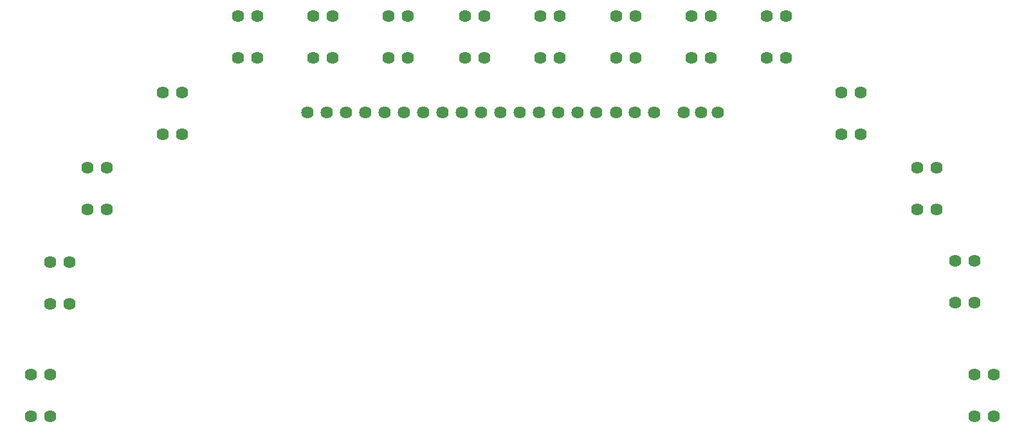
<source format=gbs>
G04 Layer: BottomSolderMaskLayer*
G04 EasyEDA v6.5.40, 2024-04-07 17:54:18*
G04 Gerber Generator version 0.2*
G04 Scale: 100 percent, Rotated: No, Reflected: No *
G04 Dimensions in millimeters *
G04 leading zeros omitted , absolute positions ,4 integer and 5 decimal *
%FSLAX45Y45*%
%MOMM*%

%ADD10C,1.6240*%
%ADD11C,1.6256*%

%LPD*%
D10*
G01*
X15697169Y9444388D03*
G01*
X15951169Y9444388D03*
G01*
X15697169Y8894376D03*
G01*
X15951169Y8894376D03*
G01*
X11976100Y4720005D03*
G01*
X12230100Y4720005D03*
G01*
X11976100Y4169994D03*
G01*
X12230100Y4169994D03*
G01*
X12230100Y6205905D03*
G01*
X12484100Y6205905D03*
G01*
X12230100Y5655894D03*
G01*
X12484100Y5655894D03*
G01*
X12725400Y7450505D03*
G01*
X12979400Y7450505D03*
G01*
X12725400Y6900494D03*
G01*
X12979400Y6900494D03*
G01*
X13716000Y8441105D03*
G01*
X13970000Y8441105D03*
G01*
X13716000Y7891094D03*
G01*
X13970000Y7891094D03*
G01*
X14706600Y9444405D03*
G01*
X14960600Y9444405D03*
G01*
X14706600Y8894394D03*
G01*
X14960600Y8894394D03*
G01*
X16687800Y9444405D03*
G01*
X16941800Y9444405D03*
G01*
X16687800Y8894394D03*
G01*
X16941800Y8894394D03*
G01*
X17691100Y9444405D03*
G01*
X17945100Y9444405D03*
G01*
X17691100Y8894394D03*
G01*
X17945100Y8894394D03*
G01*
X18681700Y9444405D03*
G01*
X18935700Y9444405D03*
G01*
X18681700Y8894394D03*
G01*
X18935700Y8894394D03*
G01*
X19685000Y9444405D03*
G01*
X19939000Y9444405D03*
G01*
X19685000Y8894394D03*
G01*
X19939000Y8894394D03*
G01*
X20675600Y9444405D03*
G01*
X20929600Y9444405D03*
G01*
X20675600Y8894394D03*
G01*
X20929600Y8894394D03*
G01*
X21666200Y9444405D03*
G01*
X21920200Y9444405D03*
G01*
X21666200Y8894394D03*
G01*
X21920200Y8894394D03*
G01*
X22644100Y8441105D03*
G01*
X22898100Y8441105D03*
G01*
X22644100Y7891094D03*
G01*
X22898100Y7891094D03*
G01*
X23647400Y7450505D03*
G01*
X23901400Y7450505D03*
G01*
X23647400Y6900494D03*
G01*
X23901400Y6900494D03*
G01*
X24142700Y6218605D03*
G01*
X24396700Y6218605D03*
G01*
X24142700Y5668594D03*
G01*
X24396700Y5668594D03*
G01*
X24396700Y4720005D03*
G01*
X24650700Y4720005D03*
G01*
X24396700Y4169994D03*
G01*
X24650700Y4169994D03*
D11*
G01*
X15621000Y8178800D03*
G01*
X15875000Y8178800D03*
G01*
X16129000Y8178800D03*
G01*
X16383000Y8178800D03*
G01*
X16637000Y8178800D03*
G01*
X16891000Y8178800D03*
G01*
X17145000Y8178800D03*
G01*
X17399000Y8178800D03*
G01*
X17653000Y8178800D03*
G01*
X17907000Y8178800D03*
G01*
X18161000Y8178800D03*
G01*
X18415000Y8178800D03*
G01*
X18669000Y8178800D03*
G01*
X18923000Y8178800D03*
G01*
X19177000Y8178800D03*
G01*
X19418300Y8178800D03*
G01*
X19685000Y8178800D03*
G01*
X19926300Y8178800D03*
G01*
X20180300Y8178800D03*
G01*
X20574000Y8178800D03*
G01*
X20802600Y8178800D03*
G01*
X21018500Y8178800D03*
M02*

</source>
